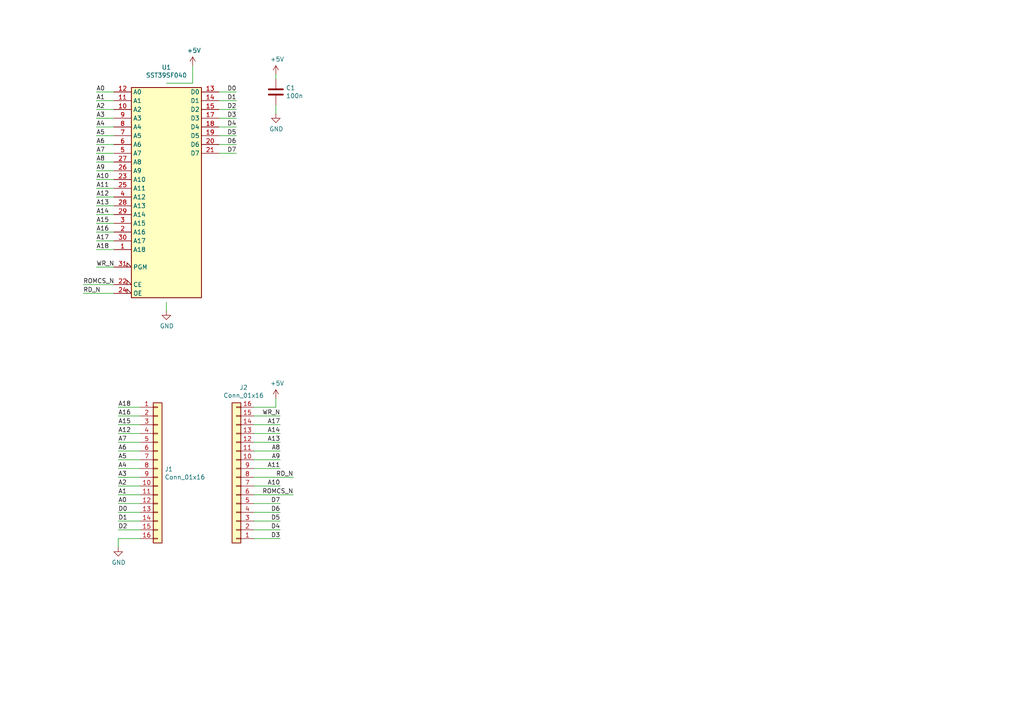
<source format=kicad_sch>
(kicad_sch (version 20211123) (generator eeschema)
  (paper "A4")
  (lib_symbols
    (symbol "Connector_Generic:Conn_01x16" (pin_names (offset 1.016) hide)
      (property "Reference" "J" (at 0 20.32 0))
      (property "Value" "Conn_01x16" (at 0 -22.86 0))
      (symbol "Conn_01x16_1_1"
        (rectangle (start -1.27 -20.193) (end 0 -20.447) (stroke (width 0.1524)))
        (rectangle (start -1.27 -17.653) (end 0 -17.907) (stroke (width 0.1524)))
        (rectangle (start -1.27 -15.113) (end 0 -15.367) (stroke (width 0.1524)))
        (rectangle (start -1.27 -12.573) (end 0 -12.827) (stroke (width 0.1524)))
        (rectangle (start -1.27 -10.033) (end 0 -10.287) (stroke (width 0.1524)))
        (rectangle (start -1.27 -7.493) (end 0 -7.747) (stroke (width 0.1524)))
        (rectangle (start -1.27 -4.953) (end 0 -5.207) (stroke (width 0.1524)))
        (rectangle (start -1.27 -2.413) (end 0 -2.667) (stroke (width 0.1524)))
        (rectangle (start -1.27 0.127) (end 0 -0.127) (stroke (width 0.1524)))
        (rectangle (start -1.27 2.667) (end 0 2.413) (stroke (width 0.1524)))
        (rectangle (start -1.27 5.207) (end 0 4.953) (stroke (width 0.1524)))
        (rectangle (start -1.27 7.747) (end 0 7.493) (stroke (width 0.1524)))
        (rectangle (start -1.27 10.287) (end 0 10.033) (stroke (width 0.1524)))
        (rectangle (start -1.27 12.827) (end 0 12.573) (stroke (width 0.1524)))
        (rectangle (start -1.27 15.367) (end 0 15.113) (stroke (width 0.1524)))
        (rectangle (start -1.27 17.907) (end 0 17.653) (stroke (width 0.1524)))
        (rectangle (start -1.27 19.05) (end 1.27 -21.59) (stroke (width 0.254)) (fill (type background)))
        (pin passive line (at -5.08 17.78 0) (length 3.81) (name "Pin_1") (number "1"))
        (pin passive line (at -5.08 -5.08 0) (length 3.81) (name "Pin_10") (number "10"))
        (pin passive line (at -5.08 -7.62 0) (length 3.81) (name "Pin_11") (number "11"))
        (pin passive line (at -5.08 -10.16 0) (length 3.81) (name "Pin_12") (number "12"))
        (pin passive line (at -5.08 -12.7 0) (length 3.81) (name "Pin_13") (number "13"))
        (pin passive line (at -5.08 -15.24 0) (length 3.81) (name "Pin_14") (number "14"))
        (pin passive line (at -5.08 -17.78 0) (length 3.81) (name "Pin_15") (number "15"))
        (pin passive line (at -5.08 -20.32 0) (length 3.81) (name "Pin_16") (number "16"))
        (pin passive line (at -5.08 15.24 0) (length 3.81) (name "Pin_2") (number "2"))
        (pin passive line (at -5.08 12.7 0) (length 3.81) (name "Pin_3") (number "3"))
        (pin passive line (at -5.08 10.16 0) (length 3.81) (name "Pin_4") (number "4"))
        (pin passive line (at -5.08 7.62 0) (length 3.81) (name "Pin_5") (number "5"))
        (pin passive line (at -5.08 5.08 0) (length 3.81) (name "Pin_6") (number "6"))
        (pin passive line (at -5.08 2.54 0) (length 3.81) (name "Pin_7") (number "7"))
        (pin passive line (at -5.08 0 0) (length 3.81) (name "Pin_8") (number "8"))
        (pin passive line (at -5.08 -2.54 0) (length 3.81) (name "Pin_9") (number "9"))
      )
    )
    (symbol "Device:C" (pin_numbers hide) (pin_names (offset 0.254))
      (property "Reference" "C" (at 0.635 2.54 0))
      (property "Value" "C" (at 0.635 -2.54 0))
      (symbol "C_0_1"
        (polyline (pts (xy -2.032 -0.762) (xy 2.032 -0.762)) (stroke (width 0.508)))
        (polyline (pts (xy -2.032 0.762) (xy 2.032 0.762)) (stroke (width 0.508)))
      )
      (symbol "C_1_1"
        (pin passive line (at 0 3.81 270) (length 2.794) (name "~") (number "1"))
        (pin passive line (at 0 -3.81 90) (length 2.794) (name "~") (number "2"))
      )
    )
    (symbol "Memory_Flash:SST39SF040"
      (property "Reference" "U" (at 2.54 33.02 0))
      (property "Value" "SST39SF040" (at 0 -30.48 0))
      (symbol "SST39SF040_0_0"
        (pin power_in line (at 0 -30.48 90) (length 1.27) hide (name "GND") (number "16"))
        (pin power_in line (at 0 33.02 270) (length 1.27) hide (name "VCC") (number "32"))
      )
      (symbol "SST39SF040_0_1"
        (rectangle (start -10.16 31.75) (end 10.16 -29.21) (stroke (width 0.254)) (fill (type background)))
      )
      (symbol "SST39SF040_1_1"
        (pin input line (at -15.24 -15.24 0) (length 5.08) (name "A18") (number "1"))
        (pin input line (at -15.24 25.4 0) (length 5.08) (name "A2") (number "10"))
        (pin input line (at -15.24 27.94 0) (length 5.08) (name "A1") (number "11"))
        (pin input line (at -15.24 30.48 0) (length 5.08) (name "A0") (number "12"))
        (pin tri_state line (at 15.24 30.48 180) (length 5.08) (name "D0") (number "13"))
        (pin tri_state line (at 15.24 27.94 180) (length 5.08) (name "D1") (number "14"))
        (pin tri_state line (at 15.24 25.4 180) (length 5.08) (name "D2") (number "15"))
        (pin tri_state line (at 15.24 22.86 180) (length 5.08) (name "D3") (number "17"))
        (pin tri_state line (at 15.24 20.32 180) (length 5.08) (name "D4") (number "18"))
        (pin tri_state line (at 15.24 17.78 180) (length 5.08) (name "D5") (number "19"))
        (pin input line (at -15.24 -10.16 0) (length 5.08) (name "A16") (number "2"))
        (pin tri_state line (at 15.24 15.24 180) (length 5.08) (name "D6") (number "20"))
        (pin tri_state line (at 15.24 12.7 180) (length 5.08) (name "D7") (number "21"))
        (pin input input_low (at -15.24 -25.4 0) (length 5.08) (name "CE") (number "22"))
        (pin input line (at -15.24 5.08 0) (length 5.08) (name "A10") (number "23"))
        (pin input input_low (at -15.24 -27.94 0) (length 5.08) (name "OE") (number "24"))
        (pin input line (at -15.24 2.54 0) (length 5.08) (name "A11") (number "25"))
        (pin input line (at -15.24 7.62 0) (length 5.08) (name "A9") (number "26"))
        (pin input line (at -15.24 10.16 0) (length 5.08) (name "A8") (number "27"))
        (pin input line (at -15.24 -2.54 0) (length 5.08) (name "A13") (number "28"))
        (pin input line (at -15.24 -5.08 0) (length 5.08) (name "A14") (number "29"))
        (pin input line (at -15.24 -7.62 0) (length 5.08) (name "A15") (number "3"))
        (pin input line (at -15.24 -12.7 0) (length 5.08) (name "A17") (number "30"))
        (pin input input_low (at -15.24 -20.32 0) (length 5.08) (name "PGM") (number "31"))
        (pin input line (at -15.24 0 0) (length 5.08) (name "A12") (number "4"))
        (pin input line (at -15.24 12.7 0) (length 5.08) (name "A7") (number "5"))
        (pin input line (at -15.24 15.24 0) (length 5.08) (name "A6") (number "6"))
        (pin input line (at -15.24 17.78 0) (length 5.08) (name "A5") (number "7"))
        (pin input line (at -15.24 20.32 0) (length 5.08) (name "A4") (number "8"))
        (pin input line (at -15.24 22.86 0) (length 5.08) (name "A3") (number "9"))
      )
    )
    (symbol "power:+5V" (power) (pin_names (offset 0))
      (property "Value" "+5V" (at 0 3.556 0))
      (symbol "+5V_0_1"
        (polyline (pts (xy -0.762 1.27) (xy 0 2.54)))
        (polyline (pts (xy 0 0) (xy 0 2.54)))
        (polyline (pts (xy 0 2.54) (xy 0.762 1.27)))
      )
      (symbol "+5V_1_1"
        (pin power_in line (at 0 0 90) (length 0) hide (name "+5V") (number "1"))
      )
    )
    (symbol "power:GND" (power) (pin_names (offset 0))
      (property "Value" "GND" (at 0 -3.81 0))
      (symbol "GND_0_1"
        (polyline (pts (xy 0 0) (xy 0 -1.27) (xy 1.27 -1.27) (xy 0 -2.54) (xy -1.27 -1.27) (xy 0 -1.27)))
      )
      (symbol "GND_1_1"
        (pin power_in line (at 0 0 270) (length 0) hide (name "GND") (number "1"))
      )
    )
  )
  (wire (pts (xy 33.02 77.47) (xy 27.94 77.47)))
  (wire (pts (xy 81.28 120.65) (xy 73.66 120.65)))
  (wire (pts (xy 81.28 128.27) (xy 73.66 128.27)))
  (wire (pts (xy 27.94 36.83) (xy 33.02 36.83)))
  (wire (pts (xy 34.29 153.67) (xy 40.64 153.67)))
  (wire (pts (xy 33.02 44.45) (xy 27.94 44.45)))
  (wire (pts (xy 81.28 130.81) (xy 73.66 130.81)))
  (wire (pts (xy 34.29 156.21) (xy 34.29 158.75)))
  (wire (pts (xy 48.26 24.13) (xy 55.88 24.13)))
  (wire (pts (xy 34.29 146.05) (xy 40.64 146.05)))
  (wire (pts (xy 85.09 143.51) (xy 73.66 143.51)))
  (wire (pts (xy 27.94 67.31) (xy 33.02 67.31)))
  (wire (pts (xy 27.94 46.99) (xy 33.02 46.99)))
  (wire (pts (xy 81.28 133.35) (xy 73.66 133.35)))
  (wire (pts (xy 81.28 146.05) (xy 73.66 146.05)))
  (wire (pts (xy 81.28 153.67) (xy 73.66 153.67)))
  (wire (pts (xy 80.01 30.48) (xy 80.01 33.02)))
  (wire (pts (xy 68.58 41.91) (xy 63.5 41.91)))
  (wire (pts (xy 68.58 31.75) (xy 63.5 31.75)))
  (wire (pts (xy 33.02 69.85) (xy 27.94 69.85)))
  (wire (pts (xy 85.09 138.43) (xy 73.66 138.43)))
  (wire (pts (xy 34.29 123.19) (xy 40.64 123.19)))
  (wire (pts (xy 34.29 135.89) (xy 40.64 135.89)))
  (wire (pts (xy 68.58 44.45) (xy 63.5 44.45)))
  (wire (pts (xy 81.28 140.97) (xy 73.66 140.97)))
  (wire (pts (xy 27.94 57.15) (xy 33.02 57.15)))
  (wire (pts (xy 27.94 72.39) (xy 33.02 72.39)))
  (wire (pts (xy 80.01 21.59) (xy 80.01 22.86)))
  (wire (pts (xy 33.02 64.77) (xy 27.94 64.77)))
  (wire (pts (xy 33.02 49.53) (xy 27.94 49.53)))
  (wire (pts (xy 24.13 85.09) (xy 33.02 85.09)))
  (wire (pts (xy 34.29 130.81) (xy 40.64 130.81)))
  (wire (pts (xy 27.94 26.67) (xy 33.02 26.67)))
  (wire (pts (xy 68.58 26.67) (xy 63.5 26.67)))
  (wire (pts (xy 34.29 138.43) (xy 40.64 138.43)))
  (wire (pts (xy 81.28 123.19) (xy 73.66 123.19)))
  (wire (pts (xy 34.29 128.27) (xy 40.64 128.27)))
  (wire (pts (xy 34.29 148.59) (xy 40.64 148.59)))
  (wire (pts (xy 63.5 29.21) (xy 68.58 29.21)))
  (wire (pts (xy 27.94 41.91) (xy 33.02 41.91)))
  (wire (pts (xy 40.64 156.21) (xy 34.29 156.21)))
  (wire (pts (xy 81.28 151.13) (xy 73.66 151.13)))
  (wire (pts (xy 55.88 24.13) (xy 55.88 19.05)))
  (wire (pts (xy 34.29 125.73) (xy 40.64 125.73)))
  (wire (pts (xy 34.29 143.51) (xy 40.64 143.51)))
  (wire (pts (xy 34.29 140.97) (xy 40.64 140.97)))
  (wire (pts (xy 33.02 54.61) (xy 27.94 54.61)))
  (wire (pts (xy 34.29 133.35) (xy 40.64 133.35)))
  (wire (pts (xy 81.28 156.21) (xy 73.66 156.21)))
  (wire (pts (xy 33.02 34.29) (xy 27.94 34.29)))
  (wire (pts (xy 81.28 148.59) (xy 73.66 148.59)))
  (wire (pts (xy 34.29 120.65) (xy 40.64 120.65)))
  (wire (pts (xy 27.94 31.75) (xy 33.02 31.75)))
  (wire (pts (xy 34.29 118.11) (xy 40.64 118.11)))
  (wire (pts (xy 33.02 29.21) (xy 27.94 29.21)))
  (wire (pts (xy 48.26 90.17) (xy 48.26 87.63)))
  (wire (pts (xy 80.01 118.11) (xy 80.01 115.57)))
  (wire (pts (xy 81.28 135.89) (xy 73.66 135.89)))
  (wire (pts (xy 68.58 34.29) (xy 63.5 34.29)))
  (wire (pts (xy 63.5 36.83) (xy 68.58 36.83)))
  (wire (pts (xy 68.58 39.37) (xy 63.5 39.37)))
  (wire (pts (xy 34.29 151.13) (xy 40.64 151.13)))
  (wire (pts (xy 33.02 59.69) (xy 27.94 59.69)))
  (wire (pts (xy 33.02 39.37) (xy 27.94 39.37)))
  (wire (pts (xy 24.13 82.55) (xy 33.02 82.55)))
  (wire (pts (xy 27.94 62.23) (xy 33.02 62.23)))
  (wire (pts (xy 27.94 52.07) (xy 33.02 52.07)))
  (wire (pts (xy 73.66 118.11) (xy 80.01 118.11)))
  (wire (pts (xy 81.28 125.73) (xy 73.66 125.73)))
  (label "D4" (at 81.28 153.67 180))
  (label "A18" (at 34.29 118.11 0))
  (label "ROMCS_N" (at 85.09 143.51 180))
  (label "A6" (at 27.94 41.91 0))
  (label "A1" (at 34.29 143.51 0))
  (label "A17" (at 81.28 123.19 180))
  (label "D5" (at 68.58 39.37 180))
  (label "A14" (at 27.94 62.23 0))
  (label "A2" (at 34.29 140.97 0))
  (label "D7" (at 68.58 44.45 180))
  (label "A5" (at 27.94 39.37 0))
  (label "A0" (at 34.29 146.05 0))
  (label "A7" (at 34.29 128.27 0))
  (label "A1" (at 27.94 29.21 0))
  (label "D5" (at 81.28 151.13 180))
  (label "RD_N" (at 24.13 85.09 0))
  (label "A3" (at 27.94 34.29 0))
  (label "D2" (at 68.58 31.75 180))
  (label "A18" (at 27.94 72.39 0))
  (label "A10" (at 27.94 52.07 0))
  (label "D6" (at 81.28 148.59 180))
  (label "A2" (at 27.94 31.75 0))
  (label "A11" (at 81.28 135.89 180))
  (label "A10" (at 81.28 140.97 180))
  (label "D0" (at 68.58 26.67 180))
  (label "A9" (at 81.28 133.35 180))
  (label "A12" (at 34.29 125.73 0))
  (label "A13" (at 81.28 128.27 180))
  (label "ROMCS_N" (at 24.13 82.55 0))
  (label "RD_N" (at 85.09 138.43 180))
  (label "A5" (at 34.29 133.35 0))
  (label "A4" (at 34.29 135.89 0))
  (label "A16" (at 34.29 120.65 0))
  (label "A15" (at 34.29 123.19 0))
  (label "A9" (at 27.94 49.53 0))
  (label "A4" (at 27.94 36.83 0))
  (label "A8" (at 81.28 130.81 180))
  (label "A3" (at 34.29 138.43 0))
  (label "A11" (at 27.94 54.61 0))
  (label "A13" (at 27.94 59.69 0))
  (label "A17" (at 27.94 69.85 0))
  (label "D1" (at 34.29 151.13 0))
  (label "D6" (at 68.58 41.91 180))
  (label "A7" (at 27.94 44.45 0))
  (label "WR_N" (at 81.28 120.65 180))
  (label "WR_N" (at 27.94 77.47 0))
  (label "A15" (at 27.94 64.77 0))
  (label "A12" (at 27.94 57.15 0))
  (label "D0" (at 34.29 148.59 0))
  (label "A0" (at 27.94 26.67 0))
  (label "D3" (at 68.58 34.29 180))
  (label "D3" (at 81.28 156.21 180))
  (label "D4" (at 68.58 36.83 180))
  (label "D2" (at 34.29 153.67 0))
  (label "D7" (at 81.28 146.05 180))
  (label "D1" (at 68.58 29.21 180))
  (label "A14" (at 81.28 125.73 180))
  (label "A6" (at 34.29 130.81 0))
  (label "A8" (at 27.94 46.99 0))
  (label "A16" (at 27.94 67.31 0))
  (symbol (lib_id "Memory_Flash:SST39SF040") (at 48.26 57.15 0) (unit 1)
    (property "Reference" "U1" (at 48.26 19.5326 0))
    (property "Value" "SST39SF040" (at 48.26 21.844 0))
    (property "Footprint" "Package_DIP:DIP-32_W15.24mm_Socket_LongPads" (effects hide))
    (property "Datasheet" "http://ww1.microchip.com/downloads/en/DeviceDoc/25022B.pdf" (effects hide))
  )
  (symbol (lib_id "Connector_Generic:Conn_01x16") (at 45.72 135.89 0) (unit 1)
    (property "Reference" "J1" (at 47.752 136.0932 0) (effects (justify left)))
    (property "Value" "Conn_01x16" (at 47.752 138.4046 0) (effects (justify left)))
    (property "Footprint" "Connector_PinHeader_2.54mm:PinHeader_1x16_P2.54mm_Vertical" (effects hide))
  )
  (symbol (lib_id "Connector_Generic:Conn_01x16") (at 68.58 138.43 180) (unit 1)
    (property "Reference" "J2" (at 70.6628 112.395 0))
    (property "Value" "Conn_01x16" (at 70.6628 114.7064 0))
    (property "Footprint" "Connector_PinHeader_2.54mm:PinHeader_1x16_P2.54mm_Vertical" (effects hide))
  )
  (symbol (lib_id "power:GND") (at 34.29 158.75 0) (unit 1)
    (property "Reference" "#PWR0101" (effects hide))
    (property "Value" "GND" (at 34.417 163.1442 0))
  )
  (symbol (lib_id "power:+5V") (at 80.01 115.57 0) (unit 1)
    (property "Reference" "#PWR0102" (effects hide))
    (property "Value" "+5V" (at 80.391 111.1758 0))
  )
  (symbol (lib_id "power:GND") (at 48.26 90.17 0) (unit 1)
    (property "Reference" "#PWR0103" (effects hide))
    (property "Value" "GND" (at 48.387 94.5642 0))
  )
  (symbol (lib_id "power:+5V") (at 55.88 19.05 0) (unit 1)
    (property "Reference" "#PWR0104" (effects hide))
    (property "Value" "+5V" (at 56.261 14.6558 0))
  )
  (symbol (lib_id "power:+5V") (at 80.01 21.59 0) (unit 1)
    (property "Reference" "#PWR0105" (effects hide))
    (property "Value" "+5V" (at 80.391 17.1958 0))
  )
  (symbol (lib_id "power:GND") (at 80.01 33.02 0) (unit 1)
    (property "Reference" "#PWR0106" (effects hide))
    (property "Value" "GND" (at 80.137 37.4142 0))
  )
  (symbol (lib_id "Device:C") (at 80.01 26.67 0) (unit 1)
    (property "Reference" "C1" (at 82.931 25.5016 0) (effects (justify left)))
    (property "Value" "100n" (at 82.931 27.813 0) (effects (justify left)))
    (property "Footprint" "Capacitor_THT:C_Disc_D3.8mm_W2.6mm_P2.50mm" (effects hide))
  )
)
</source>
